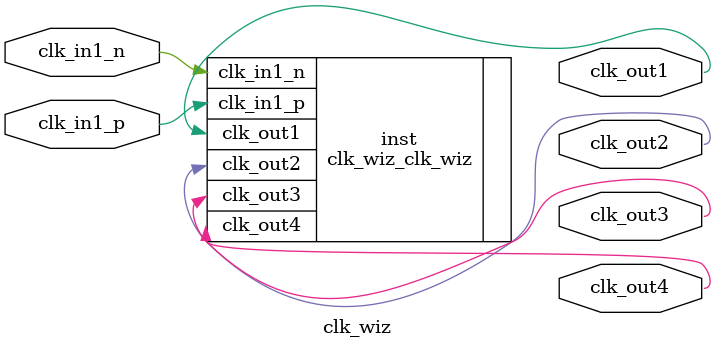
<source format=v>


`timescale 1ps/1ps

(* CORE_GENERATION_INFO = "clk_wiz,clk_wiz_v6_0_3_0_0,{component_name=clk_wiz,use_phase_alignment=false,use_min_o_jitter=false,use_max_i_jitter=false,use_dyn_phase_shift=false,use_inclk_switchover=false,use_dyn_reconfig=false,enable_axi=0,feedback_source=FDBK_AUTO,PRIMITIVE=MMCM,num_out_clk=4,clkin1_period=3.333,clkin2_period=10.0,use_power_down=false,use_reset=false,use_locked=false,use_inclk_stopped=false,feedback_type=SINGLE,CLOCK_MGR_TYPE=NA,manual_override=false}" *)

module clk_wiz 
 (
  // Clock out ports
  output        clk_out1,
  output        clk_out2,
  output        clk_out3,
  output        clk_out4,
 // Clock in ports
  input         clk_in1_p,
  input         clk_in1_n
 );

  clk_wiz_clk_wiz inst
  (
  // Clock out ports  
  .clk_out1(clk_out1),
  .clk_out2(clk_out2),
  .clk_out3(clk_out3),
  .clk_out4(clk_out4),
 // Clock in ports
  .clk_in1_p(clk_in1_p),
  .clk_in1_n(clk_in1_n)
  );

endmodule

</source>
